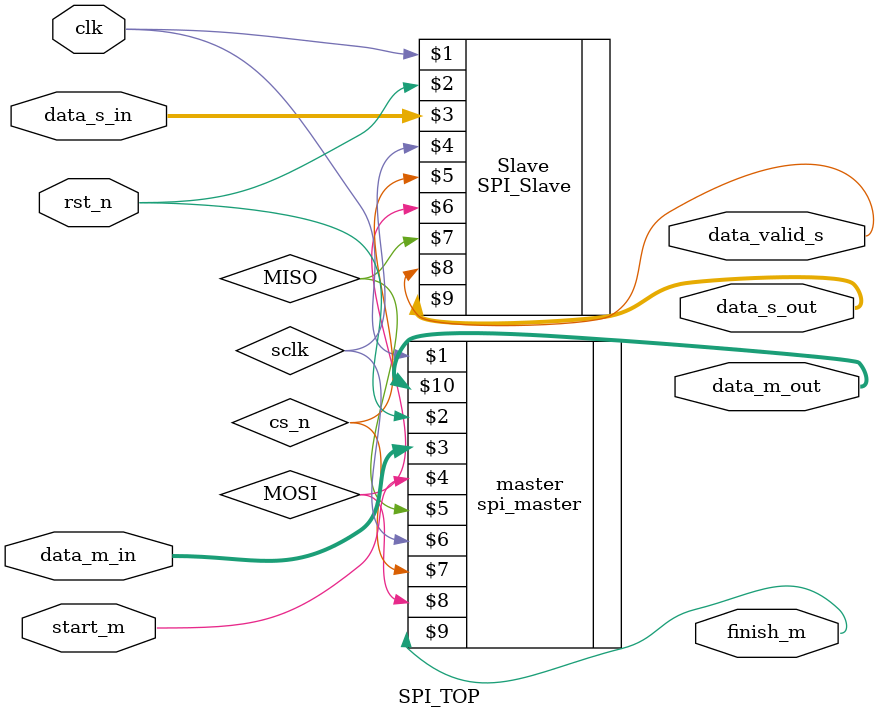
<source format=v>
`timescale 1ns/1ps

module SPI_TOP
    #(
        parameter	clk_frequency	= 50_000_000,	//system clk frequence
                    spi_frequency	= 5_000_000,	//spi clk frequence
                    data_width		= 8	,
                    CPOL			= 0	,	
                    CPHA			= 0	)
    (
        input clk,
        input rst_n	,
        input [data_width-1:0]	data_m_in,
        input [data_width-1:0]	data_s_in,
        input start_m,
        output finish_m	,
        output [data_width-1:0]	data_m_out,
        output [data_width-1:0]	data_s_out,
        output	data_valid_s	 
    );
    
    wire MISO;
    wire MOSI;
    wire cs_n;
    wire sclk;
    
    spi_master 
    #(clk_frequency,spi_frequency ,data_width,CPOL,CPHA)
    master(clk, rst_n, data_m_in, start_m, MISO, sclk, cs_n, MOSI, finish_m, data_m_out );
    
    SPI_Slave 
    #(clk_frequency,spi_frequency ,data_width,CPOL,CPHA)
    Slave(clk, rst_n, data_s_in, sclk, cs_n, MOSI, MISO, data_valid_s, data_s_out);

endmodule
</source>
